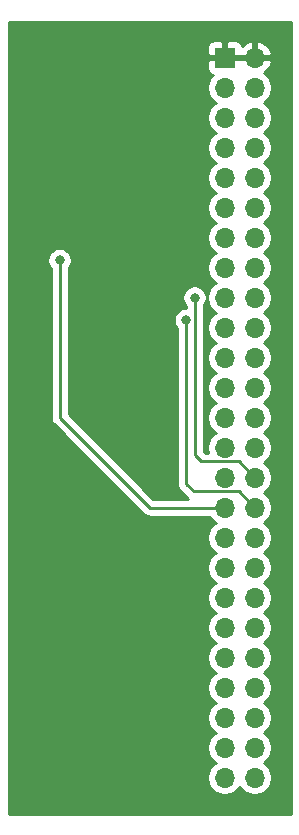
<source format=gbr>
G04 #@! TF.GenerationSoftware,KiCad,Pcbnew,5.1.6-c6e7f7d~87~ubuntu18.04.1*
G04 #@! TF.CreationDate,2020-09-06T21:37:12+01:00*
G04 #@! TF.ProjectId,KiCadOpenSession,4b694361-644f-4706-956e-53657373696f,rev?*
G04 #@! TF.SameCoordinates,Original*
G04 #@! TF.FileFunction,Copper,L2,Bot*
G04 #@! TF.FilePolarity,Positive*
%FSLAX46Y46*%
G04 Gerber Fmt 4.6, Leading zero omitted, Abs format (unit mm)*
G04 Created by KiCad (PCBNEW 5.1.6-c6e7f7d~87~ubuntu18.04.1) date 2020-09-06 21:37:12*
%MOMM*%
%LPD*%
G01*
G04 APERTURE LIST*
G04 #@! TA.AperFunction,ComponentPad*
%ADD10O,1.700000X1.700000*%
G04 #@! TD*
G04 #@! TA.AperFunction,ComponentPad*
%ADD11R,1.700000X1.700000*%
G04 #@! TD*
G04 #@! TA.AperFunction,ViaPad*
%ADD12C,0.800000*%
G04 #@! TD*
G04 #@! TA.AperFunction,Conductor*
%ADD13C,0.250000*%
G04 #@! TD*
G04 #@! TA.AperFunction,Conductor*
%ADD14C,0.254000*%
G04 #@! TD*
G04 APERTURE END LIST*
D10*
X161290000Y-140970000D03*
X158750000Y-140970000D03*
X161290000Y-138430000D03*
X158750000Y-138430000D03*
X161290000Y-135890000D03*
X158750000Y-135890000D03*
X161290000Y-133350000D03*
X158750000Y-133350000D03*
X161290000Y-130810000D03*
X158750000Y-130810000D03*
X161290000Y-128270000D03*
X158750000Y-128270000D03*
X161290000Y-125730000D03*
X158750000Y-125730000D03*
X161290000Y-123190000D03*
X158750000Y-123190000D03*
X161290000Y-120650000D03*
X158750000Y-120650000D03*
X161290000Y-118110000D03*
X158750000Y-118110000D03*
X161290000Y-115570000D03*
X158750000Y-115570000D03*
X161290000Y-113030000D03*
X158750000Y-113030000D03*
X161290000Y-110490000D03*
X158750000Y-110490000D03*
X161290000Y-107950000D03*
X158750000Y-107950000D03*
X161290000Y-105410000D03*
X158750000Y-105410000D03*
X161290000Y-102870000D03*
X158750000Y-102870000D03*
X161290000Y-100330000D03*
X158750000Y-100330000D03*
X161290000Y-97790000D03*
X158750000Y-97790000D03*
X161290000Y-95250000D03*
X158750000Y-95250000D03*
X161290000Y-92710000D03*
X158750000Y-92710000D03*
X161290000Y-90170000D03*
X158750000Y-90170000D03*
X161290000Y-87630000D03*
X158750000Y-87630000D03*
X161290000Y-85090000D03*
X158750000Y-85090000D03*
X161290000Y-82550000D03*
X158750000Y-82550000D03*
X161290000Y-80010000D03*
D11*
X158750000Y-80010000D03*
D12*
X155575000Y-85725000D03*
X155575000Y-92075000D03*
X147320000Y-100965000D03*
X151130000Y-100965000D03*
X147320000Y-85090000D03*
X143510000Y-92710000D03*
X144145000Y-112395000D03*
X145415000Y-118110000D03*
X153670000Y-122555000D03*
X144145000Y-137160000D03*
X153670000Y-137160000D03*
X144780000Y-79375000D03*
X153670000Y-79375000D03*
X151130000Y-119380000D03*
X153670000Y-116840000D03*
X149860000Y-110490000D03*
X143510000Y-125730000D03*
X155485000Y-102235000D03*
X144780000Y-97155000D03*
X156210000Y-100330000D03*
D13*
X159925001Y-116745001D02*
X156115001Y-116745001D01*
X161290000Y-118110000D02*
X159925001Y-116745001D01*
X156115001Y-116745001D02*
X155575000Y-116205000D01*
X155575000Y-116205000D02*
X155485000Y-116115000D01*
X155485000Y-116115000D02*
X155485000Y-102235000D01*
X144780000Y-97155000D02*
X144780000Y-110490000D01*
X152400000Y-118110000D02*
X158750000Y-118110000D01*
X144780000Y-110490000D02*
X152400000Y-118110000D01*
X159925001Y-114205001D02*
X156750001Y-114205001D01*
X161290000Y-115570000D02*
X159925001Y-114205001D01*
X156750001Y-114205001D02*
X156210000Y-113665000D01*
X156210000Y-113665000D02*
X156210000Y-100330000D01*
D14*
G36*
X164338000Y-144018000D02*
G01*
X140462000Y-144018000D01*
X140462000Y-97053061D01*
X143745000Y-97053061D01*
X143745000Y-97256939D01*
X143784774Y-97456898D01*
X143862795Y-97645256D01*
X143976063Y-97814774D01*
X144020000Y-97858711D01*
X144020001Y-110452668D01*
X144016324Y-110490000D01*
X144030998Y-110638985D01*
X144074454Y-110782246D01*
X144145026Y-110914276D01*
X144216201Y-111001002D01*
X144240000Y-111030001D01*
X144268998Y-111053799D01*
X151836201Y-118621003D01*
X151859999Y-118650001D01*
X151975724Y-118744974D01*
X152107753Y-118815546D01*
X152251014Y-118859003D01*
X152362667Y-118870000D01*
X152362676Y-118870000D01*
X152399999Y-118873676D01*
X152437322Y-118870000D01*
X157471822Y-118870000D01*
X157596525Y-119056632D01*
X157803368Y-119263475D01*
X157977760Y-119380000D01*
X157803368Y-119496525D01*
X157596525Y-119703368D01*
X157434010Y-119946589D01*
X157322068Y-120216842D01*
X157265000Y-120503740D01*
X157265000Y-120796260D01*
X157322068Y-121083158D01*
X157434010Y-121353411D01*
X157596525Y-121596632D01*
X157803368Y-121803475D01*
X157977760Y-121920000D01*
X157803368Y-122036525D01*
X157596525Y-122243368D01*
X157434010Y-122486589D01*
X157322068Y-122756842D01*
X157265000Y-123043740D01*
X157265000Y-123336260D01*
X157322068Y-123623158D01*
X157434010Y-123893411D01*
X157596525Y-124136632D01*
X157803368Y-124343475D01*
X157977760Y-124460000D01*
X157803368Y-124576525D01*
X157596525Y-124783368D01*
X157434010Y-125026589D01*
X157322068Y-125296842D01*
X157265000Y-125583740D01*
X157265000Y-125876260D01*
X157322068Y-126163158D01*
X157434010Y-126433411D01*
X157596525Y-126676632D01*
X157803368Y-126883475D01*
X157977760Y-127000000D01*
X157803368Y-127116525D01*
X157596525Y-127323368D01*
X157434010Y-127566589D01*
X157322068Y-127836842D01*
X157265000Y-128123740D01*
X157265000Y-128416260D01*
X157322068Y-128703158D01*
X157434010Y-128973411D01*
X157596525Y-129216632D01*
X157803368Y-129423475D01*
X157977760Y-129540000D01*
X157803368Y-129656525D01*
X157596525Y-129863368D01*
X157434010Y-130106589D01*
X157322068Y-130376842D01*
X157265000Y-130663740D01*
X157265000Y-130956260D01*
X157322068Y-131243158D01*
X157434010Y-131513411D01*
X157596525Y-131756632D01*
X157803368Y-131963475D01*
X157977760Y-132080000D01*
X157803368Y-132196525D01*
X157596525Y-132403368D01*
X157434010Y-132646589D01*
X157322068Y-132916842D01*
X157265000Y-133203740D01*
X157265000Y-133496260D01*
X157322068Y-133783158D01*
X157434010Y-134053411D01*
X157596525Y-134296632D01*
X157803368Y-134503475D01*
X157977760Y-134620000D01*
X157803368Y-134736525D01*
X157596525Y-134943368D01*
X157434010Y-135186589D01*
X157322068Y-135456842D01*
X157265000Y-135743740D01*
X157265000Y-136036260D01*
X157322068Y-136323158D01*
X157434010Y-136593411D01*
X157596525Y-136836632D01*
X157803368Y-137043475D01*
X157977760Y-137160000D01*
X157803368Y-137276525D01*
X157596525Y-137483368D01*
X157434010Y-137726589D01*
X157322068Y-137996842D01*
X157265000Y-138283740D01*
X157265000Y-138576260D01*
X157322068Y-138863158D01*
X157434010Y-139133411D01*
X157596525Y-139376632D01*
X157803368Y-139583475D01*
X157977760Y-139700000D01*
X157803368Y-139816525D01*
X157596525Y-140023368D01*
X157434010Y-140266589D01*
X157322068Y-140536842D01*
X157265000Y-140823740D01*
X157265000Y-141116260D01*
X157322068Y-141403158D01*
X157434010Y-141673411D01*
X157596525Y-141916632D01*
X157803368Y-142123475D01*
X158046589Y-142285990D01*
X158316842Y-142397932D01*
X158603740Y-142455000D01*
X158896260Y-142455000D01*
X159183158Y-142397932D01*
X159453411Y-142285990D01*
X159696632Y-142123475D01*
X159903475Y-141916632D01*
X160020000Y-141742240D01*
X160136525Y-141916632D01*
X160343368Y-142123475D01*
X160586589Y-142285990D01*
X160856842Y-142397932D01*
X161143740Y-142455000D01*
X161436260Y-142455000D01*
X161723158Y-142397932D01*
X161993411Y-142285990D01*
X162236632Y-142123475D01*
X162443475Y-141916632D01*
X162605990Y-141673411D01*
X162717932Y-141403158D01*
X162775000Y-141116260D01*
X162775000Y-140823740D01*
X162717932Y-140536842D01*
X162605990Y-140266589D01*
X162443475Y-140023368D01*
X162236632Y-139816525D01*
X162062240Y-139700000D01*
X162236632Y-139583475D01*
X162443475Y-139376632D01*
X162605990Y-139133411D01*
X162717932Y-138863158D01*
X162775000Y-138576260D01*
X162775000Y-138283740D01*
X162717932Y-137996842D01*
X162605990Y-137726589D01*
X162443475Y-137483368D01*
X162236632Y-137276525D01*
X162062240Y-137160000D01*
X162236632Y-137043475D01*
X162443475Y-136836632D01*
X162605990Y-136593411D01*
X162717932Y-136323158D01*
X162775000Y-136036260D01*
X162775000Y-135743740D01*
X162717932Y-135456842D01*
X162605990Y-135186589D01*
X162443475Y-134943368D01*
X162236632Y-134736525D01*
X162062240Y-134620000D01*
X162236632Y-134503475D01*
X162443475Y-134296632D01*
X162605990Y-134053411D01*
X162717932Y-133783158D01*
X162775000Y-133496260D01*
X162775000Y-133203740D01*
X162717932Y-132916842D01*
X162605990Y-132646589D01*
X162443475Y-132403368D01*
X162236632Y-132196525D01*
X162062240Y-132080000D01*
X162236632Y-131963475D01*
X162443475Y-131756632D01*
X162605990Y-131513411D01*
X162717932Y-131243158D01*
X162775000Y-130956260D01*
X162775000Y-130663740D01*
X162717932Y-130376842D01*
X162605990Y-130106589D01*
X162443475Y-129863368D01*
X162236632Y-129656525D01*
X162062240Y-129540000D01*
X162236632Y-129423475D01*
X162443475Y-129216632D01*
X162605990Y-128973411D01*
X162717932Y-128703158D01*
X162775000Y-128416260D01*
X162775000Y-128123740D01*
X162717932Y-127836842D01*
X162605990Y-127566589D01*
X162443475Y-127323368D01*
X162236632Y-127116525D01*
X162062240Y-127000000D01*
X162236632Y-126883475D01*
X162443475Y-126676632D01*
X162605990Y-126433411D01*
X162717932Y-126163158D01*
X162775000Y-125876260D01*
X162775000Y-125583740D01*
X162717932Y-125296842D01*
X162605990Y-125026589D01*
X162443475Y-124783368D01*
X162236632Y-124576525D01*
X162062240Y-124460000D01*
X162236632Y-124343475D01*
X162443475Y-124136632D01*
X162605990Y-123893411D01*
X162717932Y-123623158D01*
X162775000Y-123336260D01*
X162775000Y-123043740D01*
X162717932Y-122756842D01*
X162605990Y-122486589D01*
X162443475Y-122243368D01*
X162236632Y-122036525D01*
X162062240Y-121920000D01*
X162236632Y-121803475D01*
X162443475Y-121596632D01*
X162605990Y-121353411D01*
X162717932Y-121083158D01*
X162775000Y-120796260D01*
X162775000Y-120503740D01*
X162717932Y-120216842D01*
X162605990Y-119946589D01*
X162443475Y-119703368D01*
X162236632Y-119496525D01*
X162062240Y-119380000D01*
X162236632Y-119263475D01*
X162443475Y-119056632D01*
X162605990Y-118813411D01*
X162717932Y-118543158D01*
X162775000Y-118256260D01*
X162775000Y-117963740D01*
X162717932Y-117676842D01*
X162605990Y-117406589D01*
X162443475Y-117163368D01*
X162236632Y-116956525D01*
X162062240Y-116840000D01*
X162236632Y-116723475D01*
X162443475Y-116516632D01*
X162605990Y-116273411D01*
X162717932Y-116003158D01*
X162775000Y-115716260D01*
X162775000Y-115423740D01*
X162717932Y-115136842D01*
X162605990Y-114866589D01*
X162443475Y-114623368D01*
X162236632Y-114416525D01*
X162062240Y-114300000D01*
X162236632Y-114183475D01*
X162443475Y-113976632D01*
X162605990Y-113733411D01*
X162717932Y-113463158D01*
X162775000Y-113176260D01*
X162775000Y-112883740D01*
X162717932Y-112596842D01*
X162605990Y-112326589D01*
X162443475Y-112083368D01*
X162236632Y-111876525D01*
X162062240Y-111760000D01*
X162236632Y-111643475D01*
X162443475Y-111436632D01*
X162605990Y-111193411D01*
X162717932Y-110923158D01*
X162775000Y-110636260D01*
X162775000Y-110343740D01*
X162717932Y-110056842D01*
X162605990Y-109786589D01*
X162443475Y-109543368D01*
X162236632Y-109336525D01*
X162062240Y-109220000D01*
X162236632Y-109103475D01*
X162443475Y-108896632D01*
X162605990Y-108653411D01*
X162717932Y-108383158D01*
X162775000Y-108096260D01*
X162775000Y-107803740D01*
X162717932Y-107516842D01*
X162605990Y-107246589D01*
X162443475Y-107003368D01*
X162236632Y-106796525D01*
X162062240Y-106680000D01*
X162236632Y-106563475D01*
X162443475Y-106356632D01*
X162605990Y-106113411D01*
X162717932Y-105843158D01*
X162775000Y-105556260D01*
X162775000Y-105263740D01*
X162717932Y-104976842D01*
X162605990Y-104706589D01*
X162443475Y-104463368D01*
X162236632Y-104256525D01*
X162062240Y-104140000D01*
X162236632Y-104023475D01*
X162443475Y-103816632D01*
X162605990Y-103573411D01*
X162717932Y-103303158D01*
X162775000Y-103016260D01*
X162775000Y-102723740D01*
X162717932Y-102436842D01*
X162605990Y-102166589D01*
X162443475Y-101923368D01*
X162236632Y-101716525D01*
X162062240Y-101600000D01*
X162236632Y-101483475D01*
X162443475Y-101276632D01*
X162605990Y-101033411D01*
X162717932Y-100763158D01*
X162775000Y-100476260D01*
X162775000Y-100183740D01*
X162717932Y-99896842D01*
X162605990Y-99626589D01*
X162443475Y-99383368D01*
X162236632Y-99176525D01*
X162062240Y-99060000D01*
X162236632Y-98943475D01*
X162443475Y-98736632D01*
X162605990Y-98493411D01*
X162717932Y-98223158D01*
X162775000Y-97936260D01*
X162775000Y-97643740D01*
X162717932Y-97356842D01*
X162605990Y-97086589D01*
X162443475Y-96843368D01*
X162236632Y-96636525D01*
X162062240Y-96520000D01*
X162236632Y-96403475D01*
X162443475Y-96196632D01*
X162605990Y-95953411D01*
X162717932Y-95683158D01*
X162775000Y-95396260D01*
X162775000Y-95103740D01*
X162717932Y-94816842D01*
X162605990Y-94546589D01*
X162443475Y-94303368D01*
X162236632Y-94096525D01*
X162062240Y-93980000D01*
X162236632Y-93863475D01*
X162443475Y-93656632D01*
X162605990Y-93413411D01*
X162717932Y-93143158D01*
X162775000Y-92856260D01*
X162775000Y-92563740D01*
X162717932Y-92276842D01*
X162605990Y-92006589D01*
X162443475Y-91763368D01*
X162236632Y-91556525D01*
X162062240Y-91440000D01*
X162236632Y-91323475D01*
X162443475Y-91116632D01*
X162605990Y-90873411D01*
X162717932Y-90603158D01*
X162775000Y-90316260D01*
X162775000Y-90023740D01*
X162717932Y-89736842D01*
X162605990Y-89466589D01*
X162443475Y-89223368D01*
X162236632Y-89016525D01*
X162062240Y-88900000D01*
X162236632Y-88783475D01*
X162443475Y-88576632D01*
X162605990Y-88333411D01*
X162717932Y-88063158D01*
X162775000Y-87776260D01*
X162775000Y-87483740D01*
X162717932Y-87196842D01*
X162605990Y-86926589D01*
X162443475Y-86683368D01*
X162236632Y-86476525D01*
X162062240Y-86360000D01*
X162236632Y-86243475D01*
X162443475Y-86036632D01*
X162605990Y-85793411D01*
X162717932Y-85523158D01*
X162775000Y-85236260D01*
X162775000Y-84943740D01*
X162717932Y-84656842D01*
X162605990Y-84386589D01*
X162443475Y-84143368D01*
X162236632Y-83936525D01*
X162062240Y-83820000D01*
X162236632Y-83703475D01*
X162443475Y-83496632D01*
X162605990Y-83253411D01*
X162717932Y-82983158D01*
X162775000Y-82696260D01*
X162775000Y-82403740D01*
X162717932Y-82116842D01*
X162605990Y-81846589D01*
X162443475Y-81603368D01*
X162236632Y-81396525D01*
X162054466Y-81274805D01*
X162171355Y-81205178D01*
X162387588Y-81010269D01*
X162561641Y-80776920D01*
X162686825Y-80514099D01*
X162731476Y-80366890D01*
X162610155Y-80137000D01*
X161417000Y-80137000D01*
X161417000Y-80157000D01*
X161163000Y-80157000D01*
X161163000Y-80137000D01*
X158877000Y-80137000D01*
X158877000Y-80157000D01*
X158623000Y-80157000D01*
X158623000Y-80137000D01*
X157423750Y-80137000D01*
X157265000Y-80295750D01*
X157261928Y-80860000D01*
X157274188Y-80984482D01*
X157310498Y-81104180D01*
X157369463Y-81214494D01*
X157448815Y-81311185D01*
X157545506Y-81390537D01*
X157655820Y-81449502D01*
X157728380Y-81471513D01*
X157596525Y-81603368D01*
X157434010Y-81846589D01*
X157322068Y-82116842D01*
X157265000Y-82403740D01*
X157265000Y-82696260D01*
X157322068Y-82983158D01*
X157434010Y-83253411D01*
X157596525Y-83496632D01*
X157803368Y-83703475D01*
X157977760Y-83820000D01*
X157803368Y-83936525D01*
X157596525Y-84143368D01*
X157434010Y-84386589D01*
X157322068Y-84656842D01*
X157265000Y-84943740D01*
X157265000Y-85236260D01*
X157322068Y-85523158D01*
X157434010Y-85793411D01*
X157596525Y-86036632D01*
X157803368Y-86243475D01*
X157977760Y-86360000D01*
X157803368Y-86476525D01*
X157596525Y-86683368D01*
X157434010Y-86926589D01*
X157322068Y-87196842D01*
X157265000Y-87483740D01*
X157265000Y-87776260D01*
X157322068Y-88063158D01*
X157434010Y-88333411D01*
X157596525Y-88576632D01*
X157803368Y-88783475D01*
X157977760Y-88900000D01*
X157803368Y-89016525D01*
X157596525Y-89223368D01*
X157434010Y-89466589D01*
X157322068Y-89736842D01*
X157265000Y-90023740D01*
X157265000Y-90316260D01*
X157322068Y-90603158D01*
X157434010Y-90873411D01*
X157596525Y-91116632D01*
X157803368Y-91323475D01*
X157977760Y-91440000D01*
X157803368Y-91556525D01*
X157596525Y-91763368D01*
X157434010Y-92006589D01*
X157322068Y-92276842D01*
X157265000Y-92563740D01*
X157265000Y-92856260D01*
X157322068Y-93143158D01*
X157434010Y-93413411D01*
X157596525Y-93656632D01*
X157803368Y-93863475D01*
X157977760Y-93980000D01*
X157803368Y-94096525D01*
X157596525Y-94303368D01*
X157434010Y-94546589D01*
X157322068Y-94816842D01*
X157265000Y-95103740D01*
X157265000Y-95396260D01*
X157322068Y-95683158D01*
X157434010Y-95953411D01*
X157596525Y-96196632D01*
X157803368Y-96403475D01*
X157977760Y-96520000D01*
X157803368Y-96636525D01*
X157596525Y-96843368D01*
X157434010Y-97086589D01*
X157322068Y-97356842D01*
X157265000Y-97643740D01*
X157265000Y-97936260D01*
X157322068Y-98223158D01*
X157434010Y-98493411D01*
X157596525Y-98736632D01*
X157803368Y-98943475D01*
X157977760Y-99060000D01*
X157803368Y-99176525D01*
X157596525Y-99383368D01*
X157434010Y-99626589D01*
X157322068Y-99896842D01*
X157265000Y-100183740D01*
X157265000Y-100476260D01*
X157322068Y-100763158D01*
X157434010Y-101033411D01*
X157596525Y-101276632D01*
X157803368Y-101483475D01*
X157977760Y-101600000D01*
X157803368Y-101716525D01*
X157596525Y-101923368D01*
X157434010Y-102166589D01*
X157322068Y-102436842D01*
X157265000Y-102723740D01*
X157265000Y-103016260D01*
X157322068Y-103303158D01*
X157434010Y-103573411D01*
X157596525Y-103816632D01*
X157803368Y-104023475D01*
X157977760Y-104140000D01*
X157803368Y-104256525D01*
X157596525Y-104463368D01*
X157434010Y-104706589D01*
X157322068Y-104976842D01*
X157265000Y-105263740D01*
X157265000Y-105556260D01*
X157322068Y-105843158D01*
X157434010Y-106113411D01*
X157596525Y-106356632D01*
X157803368Y-106563475D01*
X157977760Y-106680000D01*
X157803368Y-106796525D01*
X157596525Y-107003368D01*
X157434010Y-107246589D01*
X157322068Y-107516842D01*
X157265000Y-107803740D01*
X157265000Y-108096260D01*
X157322068Y-108383158D01*
X157434010Y-108653411D01*
X157596525Y-108896632D01*
X157803368Y-109103475D01*
X157977760Y-109220000D01*
X157803368Y-109336525D01*
X157596525Y-109543368D01*
X157434010Y-109786589D01*
X157322068Y-110056842D01*
X157265000Y-110343740D01*
X157265000Y-110636260D01*
X157322068Y-110923158D01*
X157434010Y-111193411D01*
X157596525Y-111436632D01*
X157803368Y-111643475D01*
X157977760Y-111760000D01*
X157803368Y-111876525D01*
X157596525Y-112083368D01*
X157434010Y-112326589D01*
X157322068Y-112596842D01*
X157265000Y-112883740D01*
X157265000Y-113176260D01*
X157318456Y-113445001D01*
X157064803Y-113445001D01*
X156970000Y-113350199D01*
X156970000Y-101033711D01*
X157013937Y-100989774D01*
X157127205Y-100820256D01*
X157205226Y-100631898D01*
X157245000Y-100431939D01*
X157245000Y-100228061D01*
X157205226Y-100028102D01*
X157127205Y-99839744D01*
X157013937Y-99670226D01*
X156869774Y-99526063D01*
X156700256Y-99412795D01*
X156511898Y-99334774D01*
X156311939Y-99295000D01*
X156108061Y-99295000D01*
X155908102Y-99334774D01*
X155719744Y-99412795D01*
X155550226Y-99526063D01*
X155406063Y-99670226D01*
X155292795Y-99839744D01*
X155214774Y-100028102D01*
X155175000Y-100228061D01*
X155175000Y-100431939D01*
X155214774Y-100631898D01*
X155292795Y-100820256D01*
X155406063Y-100989774D01*
X155450001Y-101033712D01*
X155450001Y-101200000D01*
X155383061Y-101200000D01*
X155183102Y-101239774D01*
X154994744Y-101317795D01*
X154825226Y-101431063D01*
X154681063Y-101575226D01*
X154567795Y-101744744D01*
X154489774Y-101933102D01*
X154450000Y-102133061D01*
X154450000Y-102336939D01*
X154489774Y-102536898D01*
X154567795Y-102725256D01*
X154681063Y-102894774D01*
X154725001Y-102938712D01*
X154725000Y-116077678D01*
X154721324Y-116115000D01*
X154725000Y-116152322D01*
X154725000Y-116152332D01*
X154735997Y-116263985D01*
X154763298Y-116353985D01*
X154779454Y-116407246D01*
X154850026Y-116539276D01*
X154889871Y-116587826D01*
X154944999Y-116655001D01*
X154974003Y-116678804D01*
X155011201Y-116716002D01*
X155551201Y-117256003D01*
X155575000Y-117285002D01*
X155654200Y-117350000D01*
X152714802Y-117350000D01*
X145540000Y-110175199D01*
X145540000Y-97858711D01*
X145583937Y-97814774D01*
X145697205Y-97645256D01*
X145775226Y-97456898D01*
X145815000Y-97256939D01*
X145815000Y-97053061D01*
X145775226Y-96853102D01*
X145697205Y-96664744D01*
X145583937Y-96495226D01*
X145439774Y-96351063D01*
X145270256Y-96237795D01*
X145081898Y-96159774D01*
X144881939Y-96120000D01*
X144678061Y-96120000D01*
X144478102Y-96159774D01*
X144289744Y-96237795D01*
X144120226Y-96351063D01*
X143976063Y-96495226D01*
X143862795Y-96664744D01*
X143784774Y-96853102D01*
X143745000Y-97053061D01*
X140462000Y-97053061D01*
X140462000Y-79160000D01*
X157261928Y-79160000D01*
X157265000Y-79724250D01*
X157423750Y-79883000D01*
X158623000Y-79883000D01*
X158623000Y-78683750D01*
X158877000Y-78683750D01*
X158877000Y-79883000D01*
X161163000Y-79883000D01*
X161163000Y-78689186D01*
X161417000Y-78689186D01*
X161417000Y-79883000D01*
X162610155Y-79883000D01*
X162731476Y-79653110D01*
X162686825Y-79505901D01*
X162561641Y-79243080D01*
X162387588Y-79009731D01*
X162171355Y-78814822D01*
X161921252Y-78665843D01*
X161646891Y-78568519D01*
X161417000Y-78689186D01*
X161163000Y-78689186D01*
X160933109Y-78568519D01*
X160658748Y-78665843D01*
X160408645Y-78814822D01*
X160212498Y-78991626D01*
X160189502Y-78915820D01*
X160130537Y-78805506D01*
X160051185Y-78708815D01*
X159954494Y-78629463D01*
X159844180Y-78570498D01*
X159724482Y-78534188D01*
X159600000Y-78521928D01*
X159035750Y-78525000D01*
X158877000Y-78683750D01*
X158623000Y-78683750D01*
X158464250Y-78525000D01*
X157900000Y-78521928D01*
X157775518Y-78534188D01*
X157655820Y-78570498D01*
X157545506Y-78629463D01*
X157448815Y-78708815D01*
X157369463Y-78805506D01*
X157310498Y-78915820D01*
X157274188Y-79035518D01*
X157261928Y-79160000D01*
X140462000Y-79160000D01*
X140462000Y-76962000D01*
X164338000Y-76962000D01*
X164338000Y-144018000D01*
G37*
X164338000Y-144018000D02*
X140462000Y-144018000D01*
X140462000Y-97053061D01*
X143745000Y-97053061D01*
X143745000Y-97256939D01*
X143784774Y-97456898D01*
X143862795Y-97645256D01*
X143976063Y-97814774D01*
X144020000Y-97858711D01*
X144020001Y-110452668D01*
X144016324Y-110490000D01*
X144030998Y-110638985D01*
X144074454Y-110782246D01*
X144145026Y-110914276D01*
X144216201Y-111001002D01*
X144240000Y-111030001D01*
X144268998Y-111053799D01*
X151836201Y-118621003D01*
X151859999Y-118650001D01*
X151975724Y-118744974D01*
X152107753Y-118815546D01*
X152251014Y-118859003D01*
X152362667Y-118870000D01*
X152362676Y-118870000D01*
X152399999Y-118873676D01*
X152437322Y-118870000D01*
X157471822Y-118870000D01*
X157596525Y-119056632D01*
X157803368Y-119263475D01*
X157977760Y-119380000D01*
X157803368Y-119496525D01*
X157596525Y-119703368D01*
X157434010Y-119946589D01*
X157322068Y-120216842D01*
X157265000Y-120503740D01*
X157265000Y-120796260D01*
X157322068Y-121083158D01*
X157434010Y-121353411D01*
X157596525Y-121596632D01*
X157803368Y-121803475D01*
X157977760Y-121920000D01*
X157803368Y-122036525D01*
X157596525Y-122243368D01*
X157434010Y-122486589D01*
X157322068Y-122756842D01*
X157265000Y-123043740D01*
X157265000Y-123336260D01*
X157322068Y-123623158D01*
X157434010Y-123893411D01*
X157596525Y-124136632D01*
X157803368Y-124343475D01*
X157977760Y-124460000D01*
X157803368Y-124576525D01*
X157596525Y-124783368D01*
X157434010Y-125026589D01*
X157322068Y-125296842D01*
X157265000Y-125583740D01*
X157265000Y-125876260D01*
X157322068Y-126163158D01*
X157434010Y-126433411D01*
X157596525Y-126676632D01*
X157803368Y-126883475D01*
X157977760Y-127000000D01*
X157803368Y-127116525D01*
X157596525Y-127323368D01*
X157434010Y-127566589D01*
X157322068Y-127836842D01*
X157265000Y-128123740D01*
X157265000Y-128416260D01*
X157322068Y-128703158D01*
X157434010Y-128973411D01*
X157596525Y-129216632D01*
X157803368Y-129423475D01*
X157977760Y-129540000D01*
X157803368Y-129656525D01*
X157596525Y-129863368D01*
X157434010Y-130106589D01*
X157322068Y-130376842D01*
X157265000Y-130663740D01*
X157265000Y-130956260D01*
X157322068Y-131243158D01*
X157434010Y-131513411D01*
X157596525Y-131756632D01*
X157803368Y-131963475D01*
X157977760Y-132080000D01*
X157803368Y-132196525D01*
X157596525Y-132403368D01*
X157434010Y-132646589D01*
X157322068Y-132916842D01*
X157265000Y-133203740D01*
X157265000Y-133496260D01*
X157322068Y-133783158D01*
X157434010Y-134053411D01*
X157596525Y-134296632D01*
X157803368Y-134503475D01*
X157977760Y-134620000D01*
X157803368Y-134736525D01*
X157596525Y-134943368D01*
X157434010Y-135186589D01*
X157322068Y-135456842D01*
X157265000Y-135743740D01*
X157265000Y-136036260D01*
X157322068Y-136323158D01*
X157434010Y-136593411D01*
X157596525Y-136836632D01*
X157803368Y-137043475D01*
X157977760Y-137160000D01*
X157803368Y-137276525D01*
X157596525Y-137483368D01*
X157434010Y-137726589D01*
X157322068Y-137996842D01*
X157265000Y-138283740D01*
X157265000Y-138576260D01*
X157322068Y-138863158D01*
X157434010Y-139133411D01*
X157596525Y-139376632D01*
X157803368Y-139583475D01*
X157977760Y-139700000D01*
X157803368Y-139816525D01*
X157596525Y-140023368D01*
X157434010Y-140266589D01*
X157322068Y-140536842D01*
X157265000Y-140823740D01*
X157265000Y-141116260D01*
X157322068Y-141403158D01*
X157434010Y-141673411D01*
X157596525Y-141916632D01*
X157803368Y-142123475D01*
X158046589Y-142285990D01*
X158316842Y-142397932D01*
X158603740Y-142455000D01*
X158896260Y-142455000D01*
X159183158Y-142397932D01*
X159453411Y-142285990D01*
X159696632Y-142123475D01*
X159903475Y-141916632D01*
X160020000Y-141742240D01*
X160136525Y-141916632D01*
X160343368Y-142123475D01*
X160586589Y-142285990D01*
X160856842Y-142397932D01*
X161143740Y-142455000D01*
X161436260Y-142455000D01*
X161723158Y-142397932D01*
X161993411Y-142285990D01*
X162236632Y-142123475D01*
X162443475Y-141916632D01*
X162605990Y-141673411D01*
X162717932Y-141403158D01*
X162775000Y-141116260D01*
X162775000Y-140823740D01*
X162717932Y-140536842D01*
X162605990Y-140266589D01*
X162443475Y-140023368D01*
X162236632Y-139816525D01*
X162062240Y-139700000D01*
X162236632Y-139583475D01*
X162443475Y-139376632D01*
X162605990Y-139133411D01*
X162717932Y-138863158D01*
X162775000Y-138576260D01*
X162775000Y-138283740D01*
X162717932Y-137996842D01*
X162605990Y-137726589D01*
X162443475Y-137483368D01*
X162236632Y-137276525D01*
X162062240Y-137160000D01*
X162236632Y-137043475D01*
X162443475Y-136836632D01*
X162605990Y-136593411D01*
X162717932Y-136323158D01*
X162775000Y-136036260D01*
X162775000Y-135743740D01*
X162717932Y-135456842D01*
X162605990Y-135186589D01*
X162443475Y-134943368D01*
X162236632Y-134736525D01*
X162062240Y-134620000D01*
X162236632Y-134503475D01*
X162443475Y-134296632D01*
X162605990Y-134053411D01*
X162717932Y-133783158D01*
X162775000Y-133496260D01*
X162775000Y-133203740D01*
X162717932Y-132916842D01*
X162605990Y-132646589D01*
X162443475Y-132403368D01*
X162236632Y-132196525D01*
X162062240Y-132080000D01*
X162236632Y-131963475D01*
X162443475Y-131756632D01*
X162605990Y-131513411D01*
X162717932Y-131243158D01*
X162775000Y-130956260D01*
X162775000Y-130663740D01*
X162717932Y-130376842D01*
X162605990Y-130106589D01*
X162443475Y-129863368D01*
X162236632Y-129656525D01*
X162062240Y-129540000D01*
X162236632Y-129423475D01*
X162443475Y-129216632D01*
X162605990Y-128973411D01*
X162717932Y-128703158D01*
X162775000Y-128416260D01*
X162775000Y-128123740D01*
X162717932Y-127836842D01*
X162605990Y-127566589D01*
X162443475Y-127323368D01*
X162236632Y-127116525D01*
X162062240Y-127000000D01*
X162236632Y-126883475D01*
X162443475Y-126676632D01*
X162605990Y-126433411D01*
X162717932Y-126163158D01*
X162775000Y-125876260D01*
X162775000Y-125583740D01*
X162717932Y-125296842D01*
X162605990Y-125026589D01*
X162443475Y-124783368D01*
X162236632Y-124576525D01*
X162062240Y-124460000D01*
X162236632Y-124343475D01*
X162443475Y-124136632D01*
X162605990Y-123893411D01*
X162717932Y-123623158D01*
X162775000Y-123336260D01*
X162775000Y-123043740D01*
X162717932Y-122756842D01*
X162605990Y-122486589D01*
X162443475Y-122243368D01*
X162236632Y-122036525D01*
X162062240Y-121920000D01*
X162236632Y-121803475D01*
X162443475Y-121596632D01*
X162605990Y-121353411D01*
X162717932Y-121083158D01*
X162775000Y-120796260D01*
X162775000Y-120503740D01*
X162717932Y-120216842D01*
X162605990Y-119946589D01*
X162443475Y-119703368D01*
X162236632Y-119496525D01*
X162062240Y-119380000D01*
X162236632Y-119263475D01*
X162443475Y-119056632D01*
X162605990Y-118813411D01*
X162717932Y-118543158D01*
X162775000Y-118256260D01*
X162775000Y-117963740D01*
X162717932Y-117676842D01*
X162605990Y-117406589D01*
X162443475Y-117163368D01*
X162236632Y-116956525D01*
X162062240Y-116840000D01*
X162236632Y-116723475D01*
X162443475Y-116516632D01*
X162605990Y-116273411D01*
X162717932Y-116003158D01*
X162775000Y-115716260D01*
X162775000Y-115423740D01*
X162717932Y-115136842D01*
X162605990Y-114866589D01*
X162443475Y-114623368D01*
X162236632Y-114416525D01*
X162062240Y-114300000D01*
X162236632Y-114183475D01*
X162443475Y-113976632D01*
X162605990Y-113733411D01*
X162717932Y-113463158D01*
X162775000Y-113176260D01*
X162775000Y-112883740D01*
X162717932Y-112596842D01*
X162605990Y-112326589D01*
X162443475Y-112083368D01*
X162236632Y-111876525D01*
X162062240Y-111760000D01*
X162236632Y-111643475D01*
X162443475Y-111436632D01*
X162605990Y-111193411D01*
X162717932Y-110923158D01*
X162775000Y-110636260D01*
X162775000Y-110343740D01*
X162717932Y-110056842D01*
X162605990Y-109786589D01*
X162443475Y-109543368D01*
X162236632Y-109336525D01*
X162062240Y-109220000D01*
X162236632Y-109103475D01*
X162443475Y-108896632D01*
X162605990Y-108653411D01*
X162717932Y-108383158D01*
X162775000Y-108096260D01*
X162775000Y-107803740D01*
X162717932Y-107516842D01*
X162605990Y-107246589D01*
X162443475Y-107003368D01*
X162236632Y-106796525D01*
X162062240Y-106680000D01*
X162236632Y-106563475D01*
X162443475Y-106356632D01*
X162605990Y-106113411D01*
X162717932Y-105843158D01*
X162775000Y-105556260D01*
X162775000Y-105263740D01*
X162717932Y-104976842D01*
X162605990Y-104706589D01*
X162443475Y-104463368D01*
X162236632Y-104256525D01*
X162062240Y-104140000D01*
X162236632Y-104023475D01*
X162443475Y-103816632D01*
X162605990Y-103573411D01*
X162717932Y-103303158D01*
X162775000Y-103016260D01*
X162775000Y-102723740D01*
X162717932Y-102436842D01*
X162605990Y-102166589D01*
X162443475Y-101923368D01*
X162236632Y-101716525D01*
X162062240Y-101600000D01*
X162236632Y-101483475D01*
X162443475Y-101276632D01*
X162605990Y-101033411D01*
X162717932Y-100763158D01*
X162775000Y-100476260D01*
X162775000Y-100183740D01*
X162717932Y-99896842D01*
X162605990Y-99626589D01*
X162443475Y-99383368D01*
X162236632Y-99176525D01*
X162062240Y-99060000D01*
X162236632Y-98943475D01*
X162443475Y-98736632D01*
X162605990Y-98493411D01*
X162717932Y-98223158D01*
X162775000Y-97936260D01*
X162775000Y-97643740D01*
X162717932Y-97356842D01*
X162605990Y-97086589D01*
X162443475Y-96843368D01*
X162236632Y-96636525D01*
X162062240Y-96520000D01*
X162236632Y-96403475D01*
X162443475Y-96196632D01*
X162605990Y-95953411D01*
X162717932Y-95683158D01*
X162775000Y-95396260D01*
X162775000Y-95103740D01*
X162717932Y-94816842D01*
X162605990Y-94546589D01*
X162443475Y-94303368D01*
X162236632Y-94096525D01*
X162062240Y-93980000D01*
X162236632Y-93863475D01*
X162443475Y-93656632D01*
X162605990Y-93413411D01*
X162717932Y-93143158D01*
X162775000Y-92856260D01*
X162775000Y-92563740D01*
X162717932Y-92276842D01*
X162605990Y-92006589D01*
X162443475Y-91763368D01*
X162236632Y-91556525D01*
X162062240Y-91440000D01*
X162236632Y-91323475D01*
X162443475Y-91116632D01*
X162605990Y-90873411D01*
X162717932Y-90603158D01*
X162775000Y-90316260D01*
X162775000Y-90023740D01*
X162717932Y-89736842D01*
X162605990Y-89466589D01*
X162443475Y-89223368D01*
X162236632Y-89016525D01*
X162062240Y-88900000D01*
X162236632Y-88783475D01*
X162443475Y-88576632D01*
X162605990Y-88333411D01*
X162717932Y-88063158D01*
X162775000Y-87776260D01*
X162775000Y-87483740D01*
X162717932Y-87196842D01*
X162605990Y-86926589D01*
X162443475Y-86683368D01*
X162236632Y-86476525D01*
X162062240Y-86360000D01*
X162236632Y-86243475D01*
X162443475Y-86036632D01*
X162605990Y-85793411D01*
X162717932Y-85523158D01*
X162775000Y-85236260D01*
X162775000Y-84943740D01*
X162717932Y-84656842D01*
X162605990Y-84386589D01*
X162443475Y-84143368D01*
X162236632Y-83936525D01*
X162062240Y-83820000D01*
X162236632Y-83703475D01*
X162443475Y-83496632D01*
X162605990Y-83253411D01*
X162717932Y-82983158D01*
X162775000Y-82696260D01*
X162775000Y-82403740D01*
X162717932Y-82116842D01*
X162605990Y-81846589D01*
X162443475Y-81603368D01*
X162236632Y-81396525D01*
X162054466Y-81274805D01*
X162171355Y-81205178D01*
X162387588Y-81010269D01*
X162561641Y-80776920D01*
X162686825Y-80514099D01*
X162731476Y-80366890D01*
X162610155Y-80137000D01*
X161417000Y-80137000D01*
X161417000Y-80157000D01*
X161163000Y-80157000D01*
X161163000Y-80137000D01*
X158877000Y-80137000D01*
X158877000Y-80157000D01*
X158623000Y-80157000D01*
X158623000Y-80137000D01*
X157423750Y-80137000D01*
X157265000Y-80295750D01*
X157261928Y-80860000D01*
X157274188Y-80984482D01*
X157310498Y-81104180D01*
X157369463Y-81214494D01*
X157448815Y-81311185D01*
X157545506Y-81390537D01*
X157655820Y-81449502D01*
X157728380Y-81471513D01*
X157596525Y-81603368D01*
X157434010Y-81846589D01*
X157322068Y-82116842D01*
X157265000Y-82403740D01*
X157265000Y-82696260D01*
X157322068Y-82983158D01*
X157434010Y-83253411D01*
X157596525Y-83496632D01*
X157803368Y-83703475D01*
X157977760Y-83820000D01*
X157803368Y-83936525D01*
X157596525Y-84143368D01*
X157434010Y-84386589D01*
X157322068Y-84656842D01*
X157265000Y-84943740D01*
X157265000Y-85236260D01*
X157322068Y-85523158D01*
X157434010Y-85793411D01*
X157596525Y-86036632D01*
X157803368Y-86243475D01*
X157977760Y-86360000D01*
X157803368Y-86476525D01*
X157596525Y-86683368D01*
X157434010Y-86926589D01*
X157322068Y-87196842D01*
X157265000Y-87483740D01*
X157265000Y-87776260D01*
X157322068Y-88063158D01*
X157434010Y-88333411D01*
X157596525Y-88576632D01*
X157803368Y-88783475D01*
X157977760Y-88900000D01*
X157803368Y-89016525D01*
X157596525Y-89223368D01*
X157434010Y-89466589D01*
X157322068Y-89736842D01*
X157265000Y-90023740D01*
X157265000Y-90316260D01*
X157322068Y-90603158D01*
X157434010Y-90873411D01*
X157596525Y-91116632D01*
X157803368Y-91323475D01*
X157977760Y-91440000D01*
X157803368Y-91556525D01*
X157596525Y-91763368D01*
X157434010Y-92006589D01*
X157322068Y-92276842D01*
X157265000Y-92563740D01*
X157265000Y-92856260D01*
X157322068Y-93143158D01*
X157434010Y-93413411D01*
X157596525Y-93656632D01*
X157803368Y-93863475D01*
X157977760Y-93980000D01*
X157803368Y-94096525D01*
X157596525Y-94303368D01*
X157434010Y-94546589D01*
X157322068Y-94816842D01*
X157265000Y-95103740D01*
X157265000Y-95396260D01*
X157322068Y-95683158D01*
X157434010Y-95953411D01*
X157596525Y-96196632D01*
X157803368Y-96403475D01*
X157977760Y-96520000D01*
X157803368Y-96636525D01*
X157596525Y-96843368D01*
X157434010Y-97086589D01*
X157322068Y-97356842D01*
X157265000Y-97643740D01*
X157265000Y-97936260D01*
X157322068Y-98223158D01*
X157434010Y-98493411D01*
X157596525Y-98736632D01*
X157803368Y-98943475D01*
X157977760Y-99060000D01*
X157803368Y-99176525D01*
X157596525Y-99383368D01*
X157434010Y-99626589D01*
X157322068Y-99896842D01*
X157265000Y-100183740D01*
X157265000Y-100476260D01*
X157322068Y-100763158D01*
X157434010Y-101033411D01*
X157596525Y-101276632D01*
X157803368Y-101483475D01*
X157977760Y-101600000D01*
X157803368Y-101716525D01*
X157596525Y-101923368D01*
X157434010Y-102166589D01*
X157322068Y-102436842D01*
X157265000Y-102723740D01*
X157265000Y-103016260D01*
X157322068Y-103303158D01*
X157434010Y-103573411D01*
X157596525Y-103816632D01*
X157803368Y-104023475D01*
X157977760Y-104140000D01*
X157803368Y-104256525D01*
X157596525Y-104463368D01*
X157434010Y-104706589D01*
X157322068Y-104976842D01*
X157265000Y-105263740D01*
X157265000Y-105556260D01*
X157322068Y-105843158D01*
X157434010Y-106113411D01*
X157596525Y-106356632D01*
X157803368Y-106563475D01*
X157977760Y-106680000D01*
X157803368Y-106796525D01*
X157596525Y-107003368D01*
X157434010Y-107246589D01*
X157322068Y-107516842D01*
X157265000Y-107803740D01*
X157265000Y-108096260D01*
X157322068Y-108383158D01*
X157434010Y-108653411D01*
X157596525Y-108896632D01*
X157803368Y-109103475D01*
X157977760Y-109220000D01*
X157803368Y-109336525D01*
X157596525Y-109543368D01*
X157434010Y-109786589D01*
X157322068Y-110056842D01*
X157265000Y-110343740D01*
X157265000Y-110636260D01*
X157322068Y-110923158D01*
X157434010Y-111193411D01*
X157596525Y-111436632D01*
X157803368Y-111643475D01*
X157977760Y-111760000D01*
X157803368Y-111876525D01*
X157596525Y-112083368D01*
X157434010Y-112326589D01*
X157322068Y-112596842D01*
X157265000Y-112883740D01*
X157265000Y-113176260D01*
X157318456Y-113445001D01*
X157064803Y-113445001D01*
X156970000Y-113350199D01*
X156970000Y-101033711D01*
X157013937Y-100989774D01*
X157127205Y-100820256D01*
X157205226Y-100631898D01*
X157245000Y-100431939D01*
X157245000Y-100228061D01*
X157205226Y-100028102D01*
X157127205Y-99839744D01*
X157013937Y-99670226D01*
X156869774Y-99526063D01*
X156700256Y-99412795D01*
X156511898Y-99334774D01*
X156311939Y-99295000D01*
X156108061Y-99295000D01*
X155908102Y-99334774D01*
X155719744Y-99412795D01*
X155550226Y-99526063D01*
X155406063Y-99670226D01*
X155292795Y-99839744D01*
X155214774Y-100028102D01*
X155175000Y-100228061D01*
X155175000Y-100431939D01*
X155214774Y-100631898D01*
X155292795Y-100820256D01*
X155406063Y-100989774D01*
X155450001Y-101033712D01*
X155450001Y-101200000D01*
X155383061Y-101200000D01*
X155183102Y-101239774D01*
X154994744Y-101317795D01*
X154825226Y-101431063D01*
X154681063Y-101575226D01*
X154567795Y-101744744D01*
X154489774Y-101933102D01*
X154450000Y-102133061D01*
X154450000Y-102336939D01*
X154489774Y-102536898D01*
X154567795Y-102725256D01*
X154681063Y-102894774D01*
X154725001Y-102938712D01*
X154725000Y-116077678D01*
X154721324Y-116115000D01*
X154725000Y-116152322D01*
X154725000Y-116152332D01*
X154735997Y-116263985D01*
X154763298Y-116353985D01*
X154779454Y-116407246D01*
X154850026Y-116539276D01*
X154889871Y-116587826D01*
X154944999Y-116655001D01*
X154974003Y-116678804D01*
X155011201Y-116716002D01*
X155551201Y-117256003D01*
X155575000Y-117285002D01*
X155654200Y-117350000D01*
X152714802Y-117350000D01*
X145540000Y-110175199D01*
X145540000Y-97858711D01*
X145583937Y-97814774D01*
X145697205Y-97645256D01*
X145775226Y-97456898D01*
X145815000Y-97256939D01*
X145815000Y-97053061D01*
X145775226Y-96853102D01*
X145697205Y-96664744D01*
X145583937Y-96495226D01*
X145439774Y-96351063D01*
X145270256Y-96237795D01*
X145081898Y-96159774D01*
X144881939Y-96120000D01*
X144678061Y-96120000D01*
X144478102Y-96159774D01*
X144289744Y-96237795D01*
X144120226Y-96351063D01*
X143976063Y-96495226D01*
X143862795Y-96664744D01*
X143784774Y-96853102D01*
X143745000Y-97053061D01*
X140462000Y-97053061D01*
X140462000Y-79160000D01*
X157261928Y-79160000D01*
X157265000Y-79724250D01*
X157423750Y-79883000D01*
X158623000Y-79883000D01*
X158623000Y-78683750D01*
X158877000Y-78683750D01*
X158877000Y-79883000D01*
X161163000Y-79883000D01*
X161163000Y-78689186D01*
X161417000Y-78689186D01*
X161417000Y-79883000D01*
X162610155Y-79883000D01*
X162731476Y-79653110D01*
X162686825Y-79505901D01*
X162561641Y-79243080D01*
X162387588Y-79009731D01*
X162171355Y-78814822D01*
X161921252Y-78665843D01*
X161646891Y-78568519D01*
X161417000Y-78689186D01*
X161163000Y-78689186D01*
X160933109Y-78568519D01*
X160658748Y-78665843D01*
X160408645Y-78814822D01*
X160212498Y-78991626D01*
X160189502Y-78915820D01*
X160130537Y-78805506D01*
X160051185Y-78708815D01*
X159954494Y-78629463D01*
X159844180Y-78570498D01*
X159724482Y-78534188D01*
X159600000Y-78521928D01*
X159035750Y-78525000D01*
X158877000Y-78683750D01*
X158623000Y-78683750D01*
X158464250Y-78525000D01*
X157900000Y-78521928D01*
X157775518Y-78534188D01*
X157655820Y-78570498D01*
X157545506Y-78629463D01*
X157448815Y-78708815D01*
X157369463Y-78805506D01*
X157310498Y-78915820D01*
X157274188Y-79035518D01*
X157261928Y-79160000D01*
X140462000Y-79160000D01*
X140462000Y-76962000D01*
X164338000Y-76962000D01*
X164338000Y-144018000D01*
M02*

</source>
